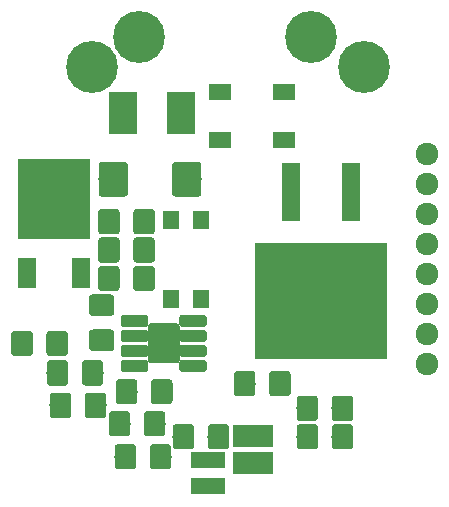
<source format=gbr>
G04 #@! TF.GenerationSoftware,KiCad,Pcbnew,(5.1.4-0-10_14)*
G04 #@! TF.CreationDate,2021-06-10T16:54:28+03:00*
G04 #@! TF.ProjectId,smart-plug,736d6172-742d-4706-9c75-672e6b696361,rev?*
G04 #@! TF.SameCoordinates,Original*
G04 #@! TF.FileFunction,Soldermask,Top*
G04 #@! TF.FilePolarity,Negative*
%FSLAX46Y46*%
G04 Gerber Fmt 4.6, Leading zero omitted, Abs format (unit mm)*
G04 Created by KiCad (PCBNEW (5.1.4-0-10_14)) date 2021-06-10 16:54:28*
%MOMM*%
%LPD*%
G04 APERTURE LIST*
%ADD10R,3.450000X1.920000*%
%ADD11C,0.100000*%
%ADD12C,1.825000*%
%ADD13R,2.350000X3.550000*%
%ADD14C,1.924000*%
%ADD15R,1.850000X1.400000*%
%ADD16C,2.475000*%
%ADD17R,1.600000X2.600000*%
%ADD18R,6.200000X6.800000*%
%ADD19C,2.690000*%
%ADD20C,1.000000*%
%ADD21R,1.400000X1.600000*%
%ADD22R,1.050000X1.460000*%
%ADD23C,4.400000*%
%ADD24R,1.500000X5.000000*%
%ADD25R,11.200000X9.800000*%
G04 APERTURE END LIST*
D10*
X179800000Y-110145000D03*
X179800000Y-107855000D03*
D11*
G36*
X185036207Y-104426542D02*
G01*
X185067287Y-104431152D01*
X185097766Y-104438787D01*
X185127350Y-104449372D01*
X185155754Y-104462806D01*
X185182704Y-104478959D01*
X185207942Y-104497677D01*
X185231223Y-104518777D01*
X185252323Y-104542058D01*
X185271041Y-104567296D01*
X185287194Y-104594246D01*
X185300628Y-104622650D01*
X185311213Y-104652234D01*
X185318848Y-104682713D01*
X185323458Y-104713793D01*
X185325000Y-104745176D01*
X185325000Y-106254824D01*
X185323458Y-106286207D01*
X185318848Y-106317287D01*
X185311213Y-106347766D01*
X185300628Y-106377350D01*
X185287194Y-106405754D01*
X185271041Y-106432704D01*
X185252323Y-106457942D01*
X185231223Y-106481223D01*
X185207942Y-106502323D01*
X185182704Y-106521041D01*
X185155754Y-106537194D01*
X185127350Y-106550628D01*
X185097766Y-106561213D01*
X185067287Y-106568848D01*
X185036207Y-106573458D01*
X185004824Y-106575000D01*
X183820176Y-106575000D01*
X183788793Y-106573458D01*
X183757713Y-106568848D01*
X183727234Y-106561213D01*
X183697650Y-106550628D01*
X183669246Y-106537194D01*
X183642296Y-106521041D01*
X183617058Y-106502323D01*
X183593777Y-106481223D01*
X183572677Y-106457942D01*
X183553959Y-106432704D01*
X183537806Y-106405754D01*
X183524372Y-106377350D01*
X183513787Y-106347766D01*
X183506152Y-106317287D01*
X183501542Y-106286207D01*
X183500000Y-106254824D01*
X183500000Y-104745176D01*
X183501542Y-104713793D01*
X183506152Y-104682713D01*
X183513787Y-104652234D01*
X183524372Y-104622650D01*
X183537806Y-104594246D01*
X183553959Y-104567296D01*
X183572677Y-104542058D01*
X183593777Y-104518777D01*
X183617058Y-104497677D01*
X183642296Y-104478959D01*
X183669246Y-104462806D01*
X183697650Y-104449372D01*
X183727234Y-104438787D01*
X183757713Y-104431152D01*
X183788793Y-104426542D01*
X183820176Y-104425000D01*
X185004824Y-104425000D01*
X185036207Y-104426542D01*
X185036207Y-104426542D01*
G37*
D12*
X184412500Y-105500000D03*
D11*
G36*
X188011207Y-104426542D02*
G01*
X188042287Y-104431152D01*
X188072766Y-104438787D01*
X188102350Y-104449372D01*
X188130754Y-104462806D01*
X188157704Y-104478959D01*
X188182942Y-104497677D01*
X188206223Y-104518777D01*
X188227323Y-104542058D01*
X188246041Y-104567296D01*
X188262194Y-104594246D01*
X188275628Y-104622650D01*
X188286213Y-104652234D01*
X188293848Y-104682713D01*
X188298458Y-104713793D01*
X188300000Y-104745176D01*
X188300000Y-106254824D01*
X188298458Y-106286207D01*
X188293848Y-106317287D01*
X188286213Y-106347766D01*
X188275628Y-106377350D01*
X188262194Y-106405754D01*
X188246041Y-106432704D01*
X188227323Y-106457942D01*
X188206223Y-106481223D01*
X188182942Y-106502323D01*
X188157704Y-106521041D01*
X188130754Y-106537194D01*
X188102350Y-106550628D01*
X188072766Y-106561213D01*
X188042287Y-106568848D01*
X188011207Y-106573458D01*
X187979824Y-106575000D01*
X186795176Y-106575000D01*
X186763793Y-106573458D01*
X186732713Y-106568848D01*
X186702234Y-106561213D01*
X186672650Y-106550628D01*
X186644246Y-106537194D01*
X186617296Y-106521041D01*
X186592058Y-106502323D01*
X186568777Y-106481223D01*
X186547677Y-106457942D01*
X186528959Y-106432704D01*
X186512806Y-106405754D01*
X186499372Y-106377350D01*
X186488787Y-106347766D01*
X186481152Y-106317287D01*
X186476542Y-106286207D01*
X186475000Y-106254824D01*
X186475000Y-104745176D01*
X186476542Y-104713793D01*
X186481152Y-104682713D01*
X186488787Y-104652234D01*
X186499372Y-104622650D01*
X186512806Y-104594246D01*
X186528959Y-104567296D01*
X186547677Y-104542058D01*
X186568777Y-104518777D01*
X186592058Y-104497677D01*
X186617296Y-104478959D01*
X186644246Y-104462806D01*
X186672650Y-104449372D01*
X186702234Y-104438787D01*
X186732713Y-104431152D01*
X186763793Y-104426542D01*
X186795176Y-104425000D01*
X187979824Y-104425000D01*
X188011207Y-104426542D01*
X188011207Y-104426542D01*
G37*
D12*
X187387500Y-105500000D03*
D13*
X173700000Y-80500000D03*
X168800000Y-80500000D03*
D14*
X194541000Y-91619000D03*
X194541000Y-96699000D03*
X194541000Y-83999000D03*
X194541000Y-89079000D03*
X194541000Y-94159000D03*
X194541000Y-86539000D03*
X194541000Y-101779000D03*
X194541000Y-99239000D03*
D15*
X177025000Y-78750000D03*
X182475000Y-78750000D03*
X177025000Y-82750000D03*
X182475000Y-82750000D03*
D11*
G36*
X163861207Y-98926542D02*
G01*
X163892287Y-98931152D01*
X163922766Y-98938787D01*
X163952350Y-98949372D01*
X163980754Y-98962806D01*
X164007704Y-98978959D01*
X164032942Y-98997677D01*
X164056223Y-99018777D01*
X164077323Y-99042058D01*
X164096041Y-99067296D01*
X164112194Y-99094246D01*
X164125628Y-99122650D01*
X164136213Y-99152234D01*
X164143848Y-99182713D01*
X164148458Y-99213793D01*
X164150000Y-99245176D01*
X164150000Y-100754824D01*
X164148458Y-100786207D01*
X164143848Y-100817287D01*
X164136213Y-100847766D01*
X164125628Y-100877350D01*
X164112194Y-100905754D01*
X164096041Y-100932704D01*
X164077323Y-100957942D01*
X164056223Y-100981223D01*
X164032942Y-101002323D01*
X164007704Y-101021041D01*
X163980754Y-101037194D01*
X163952350Y-101050628D01*
X163922766Y-101061213D01*
X163892287Y-101068848D01*
X163861207Y-101073458D01*
X163829824Y-101075000D01*
X162645176Y-101075000D01*
X162613793Y-101073458D01*
X162582713Y-101068848D01*
X162552234Y-101061213D01*
X162522650Y-101050628D01*
X162494246Y-101037194D01*
X162467296Y-101021041D01*
X162442058Y-101002323D01*
X162418777Y-100981223D01*
X162397677Y-100957942D01*
X162378959Y-100932704D01*
X162362806Y-100905754D01*
X162349372Y-100877350D01*
X162338787Y-100847766D01*
X162331152Y-100817287D01*
X162326542Y-100786207D01*
X162325000Y-100754824D01*
X162325000Y-99245176D01*
X162326542Y-99213793D01*
X162331152Y-99182713D01*
X162338787Y-99152234D01*
X162349372Y-99122650D01*
X162362806Y-99094246D01*
X162378959Y-99067296D01*
X162397677Y-99042058D01*
X162418777Y-99018777D01*
X162442058Y-98997677D01*
X162467296Y-98978959D01*
X162494246Y-98962806D01*
X162522650Y-98949372D01*
X162552234Y-98938787D01*
X162582713Y-98931152D01*
X162613793Y-98926542D01*
X162645176Y-98925000D01*
X163829824Y-98925000D01*
X163861207Y-98926542D01*
X163861207Y-98926542D01*
G37*
D12*
X163237500Y-100000000D03*
D11*
G36*
X160886207Y-98926542D02*
G01*
X160917287Y-98931152D01*
X160947766Y-98938787D01*
X160977350Y-98949372D01*
X161005754Y-98962806D01*
X161032704Y-98978959D01*
X161057942Y-98997677D01*
X161081223Y-99018777D01*
X161102323Y-99042058D01*
X161121041Y-99067296D01*
X161137194Y-99094246D01*
X161150628Y-99122650D01*
X161161213Y-99152234D01*
X161168848Y-99182713D01*
X161173458Y-99213793D01*
X161175000Y-99245176D01*
X161175000Y-100754824D01*
X161173458Y-100786207D01*
X161168848Y-100817287D01*
X161161213Y-100847766D01*
X161150628Y-100877350D01*
X161137194Y-100905754D01*
X161121041Y-100932704D01*
X161102323Y-100957942D01*
X161081223Y-100981223D01*
X161057942Y-101002323D01*
X161032704Y-101021041D01*
X161005754Y-101037194D01*
X160977350Y-101050628D01*
X160947766Y-101061213D01*
X160917287Y-101068848D01*
X160886207Y-101073458D01*
X160854824Y-101075000D01*
X159670176Y-101075000D01*
X159638793Y-101073458D01*
X159607713Y-101068848D01*
X159577234Y-101061213D01*
X159547650Y-101050628D01*
X159519246Y-101037194D01*
X159492296Y-101021041D01*
X159467058Y-101002323D01*
X159443777Y-100981223D01*
X159422677Y-100957942D01*
X159403959Y-100932704D01*
X159387806Y-100905754D01*
X159374372Y-100877350D01*
X159363787Y-100847766D01*
X159356152Y-100817287D01*
X159351542Y-100786207D01*
X159350000Y-100754824D01*
X159350000Y-99245176D01*
X159351542Y-99213793D01*
X159356152Y-99182713D01*
X159363787Y-99152234D01*
X159374372Y-99122650D01*
X159387806Y-99094246D01*
X159403959Y-99067296D01*
X159422677Y-99042058D01*
X159443777Y-99018777D01*
X159467058Y-98997677D01*
X159492296Y-98978959D01*
X159519246Y-98962806D01*
X159547650Y-98949372D01*
X159577234Y-98938787D01*
X159607713Y-98931152D01*
X159638793Y-98926542D01*
X159670176Y-98925000D01*
X160854824Y-98925000D01*
X160886207Y-98926542D01*
X160886207Y-98926542D01*
G37*
D12*
X160262500Y-100000000D03*
D11*
G36*
X169636207Y-108526542D02*
G01*
X169667287Y-108531152D01*
X169697766Y-108538787D01*
X169727350Y-108549372D01*
X169755754Y-108562806D01*
X169782704Y-108578959D01*
X169807942Y-108597677D01*
X169831223Y-108618777D01*
X169852323Y-108642058D01*
X169871041Y-108667296D01*
X169887194Y-108694246D01*
X169900628Y-108722650D01*
X169911213Y-108752234D01*
X169918848Y-108782713D01*
X169923458Y-108813793D01*
X169925000Y-108845176D01*
X169925000Y-110354824D01*
X169923458Y-110386207D01*
X169918848Y-110417287D01*
X169911213Y-110447766D01*
X169900628Y-110477350D01*
X169887194Y-110505754D01*
X169871041Y-110532704D01*
X169852323Y-110557942D01*
X169831223Y-110581223D01*
X169807942Y-110602323D01*
X169782704Y-110621041D01*
X169755754Y-110637194D01*
X169727350Y-110650628D01*
X169697766Y-110661213D01*
X169667287Y-110668848D01*
X169636207Y-110673458D01*
X169604824Y-110675000D01*
X168420176Y-110675000D01*
X168388793Y-110673458D01*
X168357713Y-110668848D01*
X168327234Y-110661213D01*
X168297650Y-110650628D01*
X168269246Y-110637194D01*
X168242296Y-110621041D01*
X168217058Y-110602323D01*
X168193777Y-110581223D01*
X168172677Y-110557942D01*
X168153959Y-110532704D01*
X168137806Y-110505754D01*
X168124372Y-110477350D01*
X168113787Y-110447766D01*
X168106152Y-110417287D01*
X168101542Y-110386207D01*
X168100000Y-110354824D01*
X168100000Y-108845176D01*
X168101542Y-108813793D01*
X168106152Y-108782713D01*
X168113787Y-108752234D01*
X168124372Y-108722650D01*
X168137806Y-108694246D01*
X168153959Y-108667296D01*
X168172677Y-108642058D01*
X168193777Y-108618777D01*
X168217058Y-108597677D01*
X168242296Y-108578959D01*
X168269246Y-108562806D01*
X168297650Y-108549372D01*
X168327234Y-108538787D01*
X168357713Y-108531152D01*
X168388793Y-108526542D01*
X168420176Y-108525000D01*
X169604824Y-108525000D01*
X169636207Y-108526542D01*
X169636207Y-108526542D01*
G37*
D12*
X169012500Y-109600000D03*
D11*
G36*
X172611207Y-108526542D02*
G01*
X172642287Y-108531152D01*
X172672766Y-108538787D01*
X172702350Y-108549372D01*
X172730754Y-108562806D01*
X172757704Y-108578959D01*
X172782942Y-108597677D01*
X172806223Y-108618777D01*
X172827323Y-108642058D01*
X172846041Y-108667296D01*
X172862194Y-108694246D01*
X172875628Y-108722650D01*
X172886213Y-108752234D01*
X172893848Y-108782713D01*
X172898458Y-108813793D01*
X172900000Y-108845176D01*
X172900000Y-110354824D01*
X172898458Y-110386207D01*
X172893848Y-110417287D01*
X172886213Y-110447766D01*
X172875628Y-110477350D01*
X172862194Y-110505754D01*
X172846041Y-110532704D01*
X172827323Y-110557942D01*
X172806223Y-110581223D01*
X172782942Y-110602323D01*
X172757704Y-110621041D01*
X172730754Y-110637194D01*
X172702350Y-110650628D01*
X172672766Y-110661213D01*
X172642287Y-110668848D01*
X172611207Y-110673458D01*
X172579824Y-110675000D01*
X171395176Y-110675000D01*
X171363793Y-110673458D01*
X171332713Y-110668848D01*
X171302234Y-110661213D01*
X171272650Y-110650628D01*
X171244246Y-110637194D01*
X171217296Y-110621041D01*
X171192058Y-110602323D01*
X171168777Y-110581223D01*
X171147677Y-110557942D01*
X171128959Y-110532704D01*
X171112806Y-110505754D01*
X171099372Y-110477350D01*
X171088787Y-110447766D01*
X171081152Y-110417287D01*
X171076542Y-110386207D01*
X171075000Y-110354824D01*
X171075000Y-108845176D01*
X171076542Y-108813793D01*
X171081152Y-108782713D01*
X171088787Y-108752234D01*
X171099372Y-108722650D01*
X171112806Y-108694246D01*
X171128959Y-108667296D01*
X171147677Y-108642058D01*
X171168777Y-108618777D01*
X171192058Y-108597677D01*
X171217296Y-108578959D01*
X171244246Y-108562806D01*
X171272650Y-108549372D01*
X171302234Y-108538787D01*
X171332713Y-108531152D01*
X171363793Y-108526542D01*
X171395176Y-108525000D01*
X172579824Y-108525000D01*
X172611207Y-108526542D01*
X172611207Y-108526542D01*
G37*
D12*
X171987500Y-109600000D03*
D11*
G36*
X169736207Y-103026542D02*
G01*
X169767287Y-103031152D01*
X169797766Y-103038787D01*
X169827350Y-103049372D01*
X169855754Y-103062806D01*
X169882704Y-103078959D01*
X169907942Y-103097677D01*
X169931223Y-103118777D01*
X169952323Y-103142058D01*
X169971041Y-103167296D01*
X169987194Y-103194246D01*
X170000628Y-103222650D01*
X170011213Y-103252234D01*
X170018848Y-103282713D01*
X170023458Y-103313793D01*
X170025000Y-103345176D01*
X170025000Y-104854824D01*
X170023458Y-104886207D01*
X170018848Y-104917287D01*
X170011213Y-104947766D01*
X170000628Y-104977350D01*
X169987194Y-105005754D01*
X169971041Y-105032704D01*
X169952323Y-105057942D01*
X169931223Y-105081223D01*
X169907942Y-105102323D01*
X169882704Y-105121041D01*
X169855754Y-105137194D01*
X169827350Y-105150628D01*
X169797766Y-105161213D01*
X169767287Y-105168848D01*
X169736207Y-105173458D01*
X169704824Y-105175000D01*
X168520176Y-105175000D01*
X168488793Y-105173458D01*
X168457713Y-105168848D01*
X168427234Y-105161213D01*
X168397650Y-105150628D01*
X168369246Y-105137194D01*
X168342296Y-105121041D01*
X168317058Y-105102323D01*
X168293777Y-105081223D01*
X168272677Y-105057942D01*
X168253959Y-105032704D01*
X168237806Y-105005754D01*
X168224372Y-104977350D01*
X168213787Y-104947766D01*
X168206152Y-104917287D01*
X168201542Y-104886207D01*
X168200000Y-104854824D01*
X168200000Y-103345176D01*
X168201542Y-103313793D01*
X168206152Y-103282713D01*
X168213787Y-103252234D01*
X168224372Y-103222650D01*
X168237806Y-103194246D01*
X168253959Y-103167296D01*
X168272677Y-103142058D01*
X168293777Y-103118777D01*
X168317058Y-103097677D01*
X168342296Y-103078959D01*
X168369246Y-103062806D01*
X168397650Y-103049372D01*
X168427234Y-103038787D01*
X168457713Y-103031152D01*
X168488793Y-103026542D01*
X168520176Y-103025000D01*
X169704824Y-103025000D01*
X169736207Y-103026542D01*
X169736207Y-103026542D01*
G37*
D12*
X169112500Y-104100000D03*
D11*
G36*
X172711207Y-103026542D02*
G01*
X172742287Y-103031152D01*
X172772766Y-103038787D01*
X172802350Y-103049372D01*
X172830754Y-103062806D01*
X172857704Y-103078959D01*
X172882942Y-103097677D01*
X172906223Y-103118777D01*
X172927323Y-103142058D01*
X172946041Y-103167296D01*
X172962194Y-103194246D01*
X172975628Y-103222650D01*
X172986213Y-103252234D01*
X172993848Y-103282713D01*
X172998458Y-103313793D01*
X173000000Y-103345176D01*
X173000000Y-104854824D01*
X172998458Y-104886207D01*
X172993848Y-104917287D01*
X172986213Y-104947766D01*
X172975628Y-104977350D01*
X172962194Y-105005754D01*
X172946041Y-105032704D01*
X172927323Y-105057942D01*
X172906223Y-105081223D01*
X172882942Y-105102323D01*
X172857704Y-105121041D01*
X172830754Y-105137194D01*
X172802350Y-105150628D01*
X172772766Y-105161213D01*
X172742287Y-105168848D01*
X172711207Y-105173458D01*
X172679824Y-105175000D01*
X171495176Y-105175000D01*
X171463793Y-105173458D01*
X171432713Y-105168848D01*
X171402234Y-105161213D01*
X171372650Y-105150628D01*
X171344246Y-105137194D01*
X171317296Y-105121041D01*
X171292058Y-105102323D01*
X171268777Y-105081223D01*
X171247677Y-105057942D01*
X171228959Y-105032704D01*
X171212806Y-105005754D01*
X171199372Y-104977350D01*
X171188787Y-104947766D01*
X171181152Y-104917287D01*
X171176542Y-104886207D01*
X171175000Y-104854824D01*
X171175000Y-103345176D01*
X171176542Y-103313793D01*
X171181152Y-103282713D01*
X171188787Y-103252234D01*
X171199372Y-103222650D01*
X171212806Y-103194246D01*
X171228959Y-103167296D01*
X171247677Y-103142058D01*
X171268777Y-103118777D01*
X171292058Y-103097677D01*
X171317296Y-103078959D01*
X171344246Y-103062806D01*
X171372650Y-103049372D01*
X171402234Y-103038787D01*
X171432713Y-103031152D01*
X171463793Y-103026542D01*
X171495176Y-103025000D01*
X172679824Y-103025000D01*
X172711207Y-103026542D01*
X172711207Y-103026542D01*
G37*
D12*
X172087500Y-104100000D03*
D11*
G36*
X179736207Y-102326542D02*
G01*
X179767287Y-102331152D01*
X179797766Y-102338787D01*
X179827350Y-102349372D01*
X179855754Y-102362806D01*
X179882704Y-102378959D01*
X179907942Y-102397677D01*
X179931223Y-102418777D01*
X179952323Y-102442058D01*
X179971041Y-102467296D01*
X179987194Y-102494246D01*
X180000628Y-102522650D01*
X180011213Y-102552234D01*
X180018848Y-102582713D01*
X180023458Y-102613793D01*
X180025000Y-102645176D01*
X180025000Y-104154824D01*
X180023458Y-104186207D01*
X180018848Y-104217287D01*
X180011213Y-104247766D01*
X180000628Y-104277350D01*
X179987194Y-104305754D01*
X179971041Y-104332704D01*
X179952323Y-104357942D01*
X179931223Y-104381223D01*
X179907942Y-104402323D01*
X179882704Y-104421041D01*
X179855754Y-104437194D01*
X179827350Y-104450628D01*
X179797766Y-104461213D01*
X179767287Y-104468848D01*
X179736207Y-104473458D01*
X179704824Y-104475000D01*
X178520176Y-104475000D01*
X178488793Y-104473458D01*
X178457713Y-104468848D01*
X178427234Y-104461213D01*
X178397650Y-104450628D01*
X178369246Y-104437194D01*
X178342296Y-104421041D01*
X178317058Y-104402323D01*
X178293777Y-104381223D01*
X178272677Y-104357942D01*
X178253959Y-104332704D01*
X178237806Y-104305754D01*
X178224372Y-104277350D01*
X178213787Y-104247766D01*
X178206152Y-104217287D01*
X178201542Y-104186207D01*
X178200000Y-104154824D01*
X178200000Y-102645176D01*
X178201542Y-102613793D01*
X178206152Y-102582713D01*
X178213787Y-102552234D01*
X178224372Y-102522650D01*
X178237806Y-102494246D01*
X178253959Y-102467296D01*
X178272677Y-102442058D01*
X178293777Y-102418777D01*
X178317058Y-102397677D01*
X178342296Y-102378959D01*
X178369246Y-102362806D01*
X178397650Y-102349372D01*
X178427234Y-102338787D01*
X178457713Y-102331152D01*
X178488793Y-102326542D01*
X178520176Y-102325000D01*
X179704824Y-102325000D01*
X179736207Y-102326542D01*
X179736207Y-102326542D01*
G37*
D12*
X179112500Y-103400000D03*
D11*
G36*
X182711207Y-102326542D02*
G01*
X182742287Y-102331152D01*
X182772766Y-102338787D01*
X182802350Y-102349372D01*
X182830754Y-102362806D01*
X182857704Y-102378959D01*
X182882942Y-102397677D01*
X182906223Y-102418777D01*
X182927323Y-102442058D01*
X182946041Y-102467296D01*
X182962194Y-102494246D01*
X182975628Y-102522650D01*
X182986213Y-102552234D01*
X182993848Y-102582713D01*
X182998458Y-102613793D01*
X183000000Y-102645176D01*
X183000000Y-104154824D01*
X182998458Y-104186207D01*
X182993848Y-104217287D01*
X182986213Y-104247766D01*
X182975628Y-104277350D01*
X182962194Y-104305754D01*
X182946041Y-104332704D01*
X182927323Y-104357942D01*
X182906223Y-104381223D01*
X182882942Y-104402323D01*
X182857704Y-104421041D01*
X182830754Y-104437194D01*
X182802350Y-104450628D01*
X182772766Y-104461213D01*
X182742287Y-104468848D01*
X182711207Y-104473458D01*
X182679824Y-104475000D01*
X181495176Y-104475000D01*
X181463793Y-104473458D01*
X181432713Y-104468848D01*
X181402234Y-104461213D01*
X181372650Y-104450628D01*
X181344246Y-104437194D01*
X181317296Y-104421041D01*
X181292058Y-104402323D01*
X181268777Y-104381223D01*
X181247677Y-104357942D01*
X181228959Y-104332704D01*
X181212806Y-104305754D01*
X181199372Y-104277350D01*
X181188787Y-104247766D01*
X181181152Y-104217287D01*
X181176542Y-104186207D01*
X181175000Y-104154824D01*
X181175000Y-102645176D01*
X181176542Y-102613793D01*
X181181152Y-102582713D01*
X181188787Y-102552234D01*
X181199372Y-102522650D01*
X181212806Y-102494246D01*
X181228959Y-102467296D01*
X181247677Y-102442058D01*
X181268777Y-102418777D01*
X181292058Y-102397677D01*
X181317296Y-102378959D01*
X181344246Y-102362806D01*
X181372650Y-102349372D01*
X181402234Y-102338787D01*
X181432713Y-102331152D01*
X181463793Y-102326542D01*
X181495176Y-102325000D01*
X182679824Y-102325000D01*
X182711207Y-102326542D01*
X182711207Y-102326542D01*
G37*
D12*
X182087500Y-103400000D03*
D11*
G36*
X172111207Y-105726542D02*
G01*
X172142287Y-105731152D01*
X172172766Y-105738787D01*
X172202350Y-105749372D01*
X172230754Y-105762806D01*
X172257704Y-105778959D01*
X172282942Y-105797677D01*
X172306223Y-105818777D01*
X172327323Y-105842058D01*
X172346041Y-105867296D01*
X172362194Y-105894246D01*
X172375628Y-105922650D01*
X172386213Y-105952234D01*
X172393848Y-105982713D01*
X172398458Y-106013793D01*
X172400000Y-106045176D01*
X172400000Y-107554824D01*
X172398458Y-107586207D01*
X172393848Y-107617287D01*
X172386213Y-107647766D01*
X172375628Y-107677350D01*
X172362194Y-107705754D01*
X172346041Y-107732704D01*
X172327323Y-107757942D01*
X172306223Y-107781223D01*
X172282942Y-107802323D01*
X172257704Y-107821041D01*
X172230754Y-107837194D01*
X172202350Y-107850628D01*
X172172766Y-107861213D01*
X172142287Y-107868848D01*
X172111207Y-107873458D01*
X172079824Y-107875000D01*
X170895176Y-107875000D01*
X170863793Y-107873458D01*
X170832713Y-107868848D01*
X170802234Y-107861213D01*
X170772650Y-107850628D01*
X170744246Y-107837194D01*
X170717296Y-107821041D01*
X170692058Y-107802323D01*
X170668777Y-107781223D01*
X170647677Y-107757942D01*
X170628959Y-107732704D01*
X170612806Y-107705754D01*
X170599372Y-107677350D01*
X170588787Y-107647766D01*
X170581152Y-107617287D01*
X170576542Y-107586207D01*
X170575000Y-107554824D01*
X170575000Y-106045176D01*
X170576542Y-106013793D01*
X170581152Y-105982713D01*
X170588787Y-105952234D01*
X170599372Y-105922650D01*
X170612806Y-105894246D01*
X170628959Y-105867296D01*
X170647677Y-105842058D01*
X170668777Y-105818777D01*
X170692058Y-105797677D01*
X170717296Y-105778959D01*
X170744246Y-105762806D01*
X170772650Y-105749372D01*
X170802234Y-105738787D01*
X170832713Y-105731152D01*
X170863793Y-105726542D01*
X170895176Y-105725000D01*
X172079824Y-105725000D01*
X172111207Y-105726542D01*
X172111207Y-105726542D01*
G37*
D12*
X171487500Y-106800000D03*
D11*
G36*
X169136207Y-105726542D02*
G01*
X169167287Y-105731152D01*
X169197766Y-105738787D01*
X169227350Y-105749372D01*
X169255754Y-105762806D01*
X169282704Y-105778959D01*
X169307942Y-105797677D01*
X169331223Y-105818777D01*
X169352323Y-105842058D01*
X169371041Y-105867296D01*
X169387194Y-105894246D01*
X169400628Y-105922650D01*
X169411213Y-105952234D01*
X169418848Y-105982713D01*
X169423458Y-106013793D01*
X169425000Y-106045176D01*
X169425000Y-107554824D01*
X169423458Y-107586207D01*
X169418848Y-107617287D01*
X169411213Y-107647766D01*
X169400628Y-107677350D01*
X169387194Y-107705754D01*
X169371041Y-107732704D01*
X169352323Y-107757942D01*
X169331223Y-107781223D01*
X169307942Y-107802323D01*
X169282704Y-107821041D01*
X169255754Y-107837194D01*
X169227350Y-107850628D01*
X169197766Y-107861213D01*
X169167287Y-107868848D01*
X169136207Y-107873458D01*
X169104824Y-107875000D01*
X167920176Y-107875000D01*
X167888793Y-107873458D01*
X167857713Y-107868848D01*
X167827234Y-107861213D01*
X167797650Y-107850628D01*
X167769246Y-107837194D01*
X167742296Y-107821041D01*
X167717058Y-107802323D01*
X167693777Y-107781223D01*
X167672677Y-107757942D01*
X167653959Y-107732704D01*
X167637806Y-107705754D01*
X167624372Y-107677350D01*
X167613787Y-107647766D01*
X167606152Y-107617287D01*
X167601542Y-107586207D01*
X167600000Y-107554824D01*
X167600000Y-106045176D01*
X167601542Y-106013793D01*
X167606152Y-105982713D01*
X167613787Y-105952234D01*
X167624372Y-105922650D01*
X167637806Y-105894246D01*
X167653959Y-105867296D01*
X167672677Y-105842058D01*
X167693777Y-105818777D01*
X167717058Y-105797677D01*
X167742296Y-105778959D01*
X167769246Y-105762806D01*
X167797650Y-105749372D01*
X167827234Y-105738787D01*
X167857713Y-105731152D01*
X167888793Y-105726542D01*
X167920176Y-105725000D01*
X169104824Y-105725000D01*
X169136207Y-105726542D01*
X169136207Y-105726542D01*
G37*
D12*
X168512500Y-106800000D03*
D11*
G36*
X168956036Y-84626436D02*
G01*
X168984982Y-84630730D01*
X169013369Y-84637840D01*
X169040921Y-84647699D01*
X169067375Y-84660210D01*
X169092475Y-84675254D01*
X169115979Y-84692686D01*
X169137662Y-84712338D01*
X169157314Y-84734021D01*
X169174746Y-84757525D01*
X169189790Y-84782625D01*
X169202301Y-84809079D01*
X169212160Y-84836631D01*
X169219270Y-84865018D01*
X169223564Y-84893964D01*
X169225000Y-84923192D01*
X169225000Y-87276808D01*
X169223564Y-87306036D01*
X169219270Y-87334982D01*
X169212160Y-87363369D01*
X169202301Y-87390921D01*
X169189790Y-87417375D01*
X169174746Y-87442475D01*
X169157314Y-87465979D01*
X169137662Y-87487662D01*
X169115979Y-87507314D01*
X169092475Y-87524746D01*
X169067375Y-87539790D01*
X169040921Y-87552301D01*
X169013369Y-87562160D01*
X168984982Y-87569270D01*
X168956036Y-87573564D01*
X168926808Y-87575000D01*
X167048192Y-87575000D01*
X167018964Y-87573564D01*
X166990018Y-87569270D01*
X166961631Y-87562160D01*
X166934079Y-87552301D01*
X166907625Y-87539790D01*
X166882525Y-87524746D01*
X166859021Y-87507314D01*
X166837338Y-87487662D01*
X166817686Y-87465979D01*
X166800254Y-87442475D01*
X166785210Y-87417375D01*
X166772699Y-87390921D01*
X166762840Y-87363369D01*
X166755730Y-87334982D01*
X166751436Y-87306036D01*
X166750000Y-87276808D01*
X166750000Y-84923192D01*
X166751436Y-84893964D01*
X166755730Y-84865018D01*
X166762840Y-84836631D01*
X166772699Y-84809079D01*
X166785210Y-84782625D01*
X166800254Y-84757525D01*
X166817686Y-84734021D01*
X166837338Y-84712338D01*
X166859021Y-84692686D01*
X166882525Y-84675254D01*
X166907625Y-84660210D01*
X166934079Y-84647699D01*
X166961631Y-84637840D01*
X166990018Y-84630730D01*
X167018964Y-84626436D01*
X167048192Y-84625000D01*
X168926808Y-84625000D01*
X168956036Y-84626436D01*
X168956036Y-84626436D01*
G37*
D16*
X167987500Y-86100000D03*
D11*
G36*
X175181036Y-84626436D02*
G01*
X175209982Y-84630730D01*
X175238369Y-84637840D01*
X175265921Y-84647699D01*
X175292375Y-84660210D01*
X175317475Y-84675254D01*
X175340979Y-84692686D01*
X175362662Y-84712338D01*
X175382314Y-84734021D01*
X175399746Y-84757525D01*
X175414790Y-84782625D01*
X175427301Y-84809079D01*
X175437160Y-84836631D01*
X175444270Y-84865018D01*
X175448564Y-84893964D01*
X175450000Y-84923192D01*
X175450000Y-87276808D01*
X175448564Y-87306036D01*
X175444270Y-87334982D01*
X175437160Y-87363369D01*
X175427301Y-87390921D01*
X175414790Y-87417375D01*
X175399746Y-87442475D01*
X175382314Y-87465979D01*
X175362662Y-87487662D01*
X175340979Y-87507314D01*
X175317475Y-87524746D01*
X175292375Y-87539790D01*
X175265921Y-87552301D01*
X175238369Y-87562160D01*
X175209982Y-87569270D01*
X175181036Y-87573564D01*
X175151808Y-87575000D01*
X173273192Y-87575000D01*
X173243964Y-87573564D01*
X173215018Y-87569270D01*
X173186631Y-87562160D01*
X173159079Y-87552301D01*
X173132625Y-87539790D01*
X173107525Y-87524746D01*
X173084021Y-87507314D01*
X173062338Y-87487662D01*
X173042686Y-87465979D01*
X173025254Y-87442475D01*
X173010210Y-87417375D01*
X172997699Y-87390921D01*
X172987840Y-87363369D01*
X172980730Y-87334982D01*
X172976436Y-87306036D01*
X172975000Y-87276808D01*
X172975000Y-84923192D01*
X172976436Y-84893964D01*
X172980730Y-84865018D01*
X172987840Y-84836631D01*
X172997699Y-84809079D01*
X173010210Y-84782625D01*
X173025254Y-84757525D01*
X173042686Y-84734021D01*
X173062338Y-84712338D01*
X173084021Y-84692686D01*
X173107525Y-84675254D01*
X173132625Y-84660210D01*
X173159079Y-84647699D01*
X173186631Y-84637840D01*
X173215018Y-84630730D01*
X173243964Y-84626436D01*
X173273192Y-84625000D01*
X175151808Y-84625000D01*
X175181036Y-84626436D01*
X175181036Y-84626436D01*
G37*
D16*
X174212500Y-86100000D03*
D11*
G36*
X168236207Y-93426542D02*
G01*
X168267287Y-93431152D01*
X168297766Y-93438787D01*
X168327350Y-93449372D01*
X168355754Y-93462806D01*
X168382704Y-93478959D01*
X168407942Y-93497677D01*
X168431223Y-93518777D01*
X168452323Y-93542058D01*
X168471041Y-93567296D01*
X168487194Y-93594246D01*
X168500628Y-93622650D01*
X168511213Y-93652234D01*
X168518848Y-93682713D01*
X168523458Y-93713793D01*
X168525000Y-93745176D01*
X168525000Y-95254824D01*
X168523458Y-95286207D01*
X168518848Y-95317287D01*
X168511213Y-95347766D01*
X168500628Y-95377350D01*
X168487194Y-95405754D01*
X168471041Y-95432704D01*
X168452323Y-95457942D01*
X168431223Y-95481223D01*
X168407942Y-95502323D01*
X168382704Y-95521041D01*
X168355754Y-95537194D01*
X168327350Y-95550628D01*
X168297766Y-95561213D01*
X168267287Y-95568848D01*
X168236207Y-95573458D01*
X168204824Y-95575000D01*
X167020176Y-95575000D01*
X166988793Y-95573458D01*
X166957713Y-95568848D01*
X166927234Y-95561213D01*
X166897650Y-95550628D01*
X166869246Y-95537194D01*
X166842296Y-95521041D01*
X166817058Y-95502323D01*
X166793777Y-95481223D01*
X166772677Y-95457942D01*
X166753959Y-95432704D01*
X166737806Y-95405754D01*
X166724372Y-95377350D01*
X166713787Y-95347766D01*
X166706152Y-95317287D01*
X166701542Y-95286207D01*
X166700000Y-95254824D01*
X166700000Y-93745176D01*
X166701542Y-93713793D01*
X166706152Y-93682713D01*
X166713787Y-93652234D01*
X166724372Y-93622650D01*
X166737806Y-93594246D01*
X166753959Y-93567296D01*
X166772677Y-93542058D01*
X166793777Y-93518777D01*
X166817058Y-93497677D01*
X166842296Y-93478959D01*
X166869246Y-93462806D01*
X166897650Y-93449372D01*
X166927234Y-93438787D01*
X166957713Y-93431152D01*
X166988793Y-93426542D01*
X167020176Y-93425000D01*
X168204824Y-93425000D01*
X168236207Y-93426542D01*
X168236207Y-93426542D01*
G37*
D12*
X167612500Y-94500000D03*
D11*
G36*
X171211207Y-93426542D02*
G01*
X171242287Y-93431152D01*
X171272766Y-93438787D01*
X171302350Y-93449372D01*
X171330754Y-93462806D01*
X171357704Y-93478959D01*
X171382942Y-93497677D01*
X171406223Y-93518777D01*
X171427323Y-93542058D01*
X171446041Y-93567296D01*
X171462194Y-93594246D01*
X171475628Y-93622650D01*
X171486213Y-93652234D01*
X171493848Y-93682713D01*
X171498458Y-93713793D01*
X171500000Y-93745176D01*
X171500000Y-95254824D01*
X171498458Y-95286207D01*
X171493848Y-95317287D01*
X171486213Y-95347766D01*
X171475628Y-95377350D01*
X171462194Y-95405754D01*
X171446041Y-95432704D01*
X171427323Y-95457942D01*
X171406223Y-95481223D01*
X171382942Y-95502323D01*
X171357704Y-95521041D01*
X171330754Y-95537194D01*
X171302350Y-95550628D01*
X171272766Y-95561213D01*
X171242287Y-95568848D01*
X171211207Y-95573458D01*
X171179824Y-95575000D01*
X169995176Y-95575000D01*
X169963793Y-95573458D01*
X169932713Y-95568848D01*
X169902234Y-95561213D01*
X169872650Y-95550628D01*
X169844246Y-95537194D01*
X169817296Y-95521041D01*
X169792058Y-95502323D01*
X169768777Y-95481223D01*
X169747677Y-95457942D01*
X169728959Y-95432704D01*
X169712806Y-95405754D01*
X169699372Y-95377350D01*
X169688787Y-95347766D01*
X169681152Y-95317287D01*
X169676542Y-95286207D01*
X169675000Y-95254824D01*
X169675000Y-93745176D01*
X169676542Y-93713793D01*
X169681152Y-93682713D01*
X169688787Y-93652234D01*
X169699372Y-93622650D01*
X169712806Y-93594246D01*
X169728959Y-93567296D01*
X169747677Y-93542058D01*
X169768777Y-93518777D01*
X169792058Y-93497677D01*
X169817296Y-93478959D01*
X169844246Y-93462806D01*
X169872650Y-93449372D01*
X169902234Y-93438787D01*
X169932713Y-93431152D01*
X169963793Y-93426542D01*
X169995176Y-93425000D01*
X171179824Y-93425000D01*
X171211207Y-93426542D01*
X171211207Y-93426542D01*
G37*
D12*
X170587500Y-94500000D03*
D11*
G36*
X167786207Y-95851542D02*
G01*
X167817287Y-95856152D01*
X167847766Y-95863787D01*
X167877350Y-95874372D01*
X167905754Y-95887806D01*
X167932704Y-95903959D01*
X167957942Y-95922677D01*
X167981223Y-95943777D01*
X168002323Y-95967058D01*
X168021041Y-95992296D01*
X168037194Y-96019246D01*
X168050628Y-96047650D01*
X168061213Y-96077234D01*
X168068848Y-96107713D01*
X168073458Y-96138793D01*
X168075000Y-96170176D01*
X168075000Y-97354824D01*
X168073458Y-97386207D01*
X168068848Y-97417287D01*
X168061213Y-97447766D01*
X168050628Y-97477350D01*
X168037194Y-97505754D01*
X168021041Y-97532704D01*
X168002323Y-97557942D01*
X167981223Y-97581223D01*
X167957942Y-97602323D01*
X167932704Y-97621041D01*
X167905754Y-97637194D01*
X167877350Y-97650628D01*
X167847766Y-97661213D01*
X167817287Y-97668848D01*
X167786207Y-97673458D01*
X167754824Y-97675000D01*
X166245176Y-97675000D01*
X166213793Y-97673458D01*
X166182713Y-97668848D01*
X166152234Y-97661213D01*
X166122650Y-97650628D01*
X166094246Y-97637194D01*
X166067296Y-97621041D01*
X166042058Y-97602323D01*
X166018777Y-97581223D01*
X165997677Y-97557942D01*
X165978959Y-97532704D01*
X165962806Y-97505754D01*
X165949372Y-97477350D01*
X165938787Y-97447766D01*
X165931152Y-97417287D01*
X165926542Y-97386207D01*
X165925000Y-97354824D01*
X165925000Y-96170176D01*
X165926542Y-96138793D01*
X165931152Y-96107713D01*
X165938787Y-96077234D01*
X165949372Y-96047650D01*
X165962806Y-96019246D01*
X165978959Y-95992296D01*
X165997677Y-95967058D01*
X166018777Y-95943777D01*
X166042058Y-95922677D01*
X166067296Y-95903959D01*
X166094246Y-95887806D01*
X166122650Y-95874372D01*
X166152234Y-95863787D01*
X166182713Y-95856152D01*
X166213793Y-95851542D01*
X166245176Y-95850000D01*
X167754824Y-95850000D01*
X167786207Y-95851542D01*
X167786207Y-95851542D01*
G37*
D12*
X167000000Y-96762500D03*
D11*
G36*
X167786207Y-98826542D02*
G01*
X167817287Y-98831152D01*
X167847766Y-98838787D01*
X167877350Y-98849372D01*
X167905754Y-98862806D01*
X167932704Y-98878959D01*
X167957942Y-98897677D01*
X167981223Y-98918777D01*
X168002323Y-98942058D01*
X168021041Y-98967296D01*
X168037194Y-98994246D01*
X168050628Y-99022650D01*
X168061213Y-99052234D01*
X168068848Y-99082713D01*
X168073458Y-99113793D01*
X168075000Y-99145176D01*
X168075000Y-100329824D01*
X168073458Y-100361207D01*
X168068848Y-100392287D01*
X168061213Y-100422766D01*
X168050628Y-100452350D01*
X168037194Y-100480754D01*
X168021041Y-100507704D01*
X168002323Y-100532942D01*
X167981223Y-100556223D01*
X167957942Y-100577323D01*
X167932704Y-100596041D01*
X167905754Y-100612194D01*
X167877350Y-100625628D01*
X167847766Y-100636213D01*
X167817287Y-100643848D01*
X167786207Y-100648458D01*
X167754824Y-100650000D01*
X166245176Y-100650000D01*
X166213793Y-100648458D01*
X166182713Y-100643848D01*
X166152234Y-100636213D01*
X166122650Y-100625628D01*
X166094246Y-100612194D01*
X166067296Y-100596041D01*
X166042058Y-100577323D01*
X166018777Y-100556223D01*
X165997677Y-100532942D01*
X165978959Y-100507704D01*
X165962806Y-100480754D01*
X165949372Y-100452350D01*
X165938787Y-100422766D01*
X165931152Y-100392287D01*
X165926542Y-100361207D01*
X165925000Y-100329824D01*
X165925000Y-99145176D01*
X165926542Y-99113793D01*
X165931152Y-99082713D01*
X165938787Y-99052234D01*
X165949372Y-99022650D01*
X165962806Y-98994246D01*
X165978959Y-98967296D01*
X165997677Y-98942058D01*
X166018777Y-98918777D01*
X166042058Y-98897677D01*
X166067296Y-98878959D01*
X166094246Y-98862806D01*
X166122650Y-98849372D01*
X166152234Y-98838787D01*
X166182713Y-98831152D01*
X166213793Y-98826542D01*
X166245176Y-98825000D01*
X167754824Y-98825000D01*
X167786207Y-98826542D01*
X167786207Y-98826542D01*
G37*
D12*
X167000000Y-99737500D03*
D11*
G36*
X171211207Y-88626542D02*
G01*
X171242287Y-88631152D01*
X171272766Y-88638787D01*
X171302350Y-88649372D01*
X171330754Y-88662806D01*
X171357704Y-88678959D01*
X171382942Y-88697677D01*
X171406223Y-88718777D01*
X171427323Y-88742058D01*
X171446041Y-88767296D01*
X171462194Y-88794246D01*
X171475628Y-88822650D01*
X171486213Y-88852234D01*
X171493848Y-88882713D01*
X171498458Y-88913793D01*
X171500000Y-88945176D01*
X171500000Y-90454824D01*
X171498458Y-90486207D01*
X171493848Y-90517287D01*
X171486213Y-90547766D01*
X171475628Y-90577350D01*
X171462194Y-90605754D01*
X171446041Y-90632704D01*
X171427323Y-90657942D01*
X171406223Y-90681223D01*
X171382942Y-90702323D01*
X171357704Y-90721041D01*
X171330754Y-90737194D01*
X171302350Y-90750628D01*
X171272766Y-90761213D01*
X171242287Y-90768848D01*
X171211207Y-90773458D01*
X171179824Y-90775000D01*
X169995176Y-90775000D01*
X169963793Y-90773458D01*
X169932713Y-90768848D01*
X169902234Y-90761213D01*
X169872650Y-90750628D01*
X169844246Y-90737194D01*
X169817296Y-90721041D01*
X169792058Y-90702323D01*
X169768777Y-90681223D01*
X169747677Y-90657942D01*
X169728959Y-90632704D01*
X169712806Y-90605754D01*
X169699372Y-90577350D01*
X169688787Y-90547766D01*
X169681152Y-90517287D01*
X169676542Y-90486207D01*
X169675000Y-90454824D01*
X169675000Y-88945176D01*
X169676542Y-88913793D01*
X169681152Y-88882713D01*
X169688787Y-88852234D01*
X169699372Y-88822650D01*
X169712806Y-88794246D01*
X169728959Y-88767296D01*
X169747677Y-88742058D01*
X169768777Y-88718777D01*
X169792058Y-88697677D01*
X169817296Y-88678959D01*
X169844246Y-88662806D01*
X169872650Y-88649372D01*
X169902234Y-88638787D01*
X169932713Y-88631152D01*
X169963793Y-88626542D01*
X169995176Y-88625000D01*
X171179824Y-88625000D01*
X171211207Y-88626542D01*
X171211207Y-88626542D01*
G37*
D12*
X170587500Y-89700000D03*
D11*
G36*
X168236207Y-88626542D02*
G01*
X168267287Y-88631152D01*
X168297766Y-88638787D01*
X168327350Y-88649372D01*
X168355754Y-88662806D01*
X168382704Y-88678959D01*
X168407942Y-88697677D01*
X168431223Y-88718777D01*
X168452323Y-88742058D01*
X168471041Y-88767296D01*
X168487194Y-88794246D01*
X168500628Y-88822650D01*
X168511213Y-88852234D01*
X168518848Y-88882713D01*
X168523458Y-88913793D01*
X168525000Y-88945176D01*
X168525000Y-90454824D01*
X168523458Y-90486207D01*
X168518848Y-90517287D01*
X168511213Y-90547766D01*
X168500628Y-90577350D01*
X168487194Y-90605754D01*
X168471041Y-90632704D01*
X168452323Y-90657942D01*
X168431223Y-90681223D01*
X168407942Y-90702323D01*
X168382704Y-90721041D01*
X168355754Y-90737194D01*
X168327350Y-90750628D01*
X168297766Y-90761213D01*
X168267287Y-90768848D01*
X168236207Y-90773458D01*
X168204824Y-90775000D01*
X167020176Y-90775000D01*
X166988793Y-90773458D01*
X166957713Y-90768848D01*
X166927234Y-90761213D01*
X166897650Y-90750628D01*
X166869246Y-90737194D01*
X166842296Y-90721041D01*
X166817058Y-90702323D01*
X166793777Y-90681223D01*
X166772677Y-90657942D01*
X166753959Y-90632704D01*
X166737806Y-90605754D01*
X166724372Y-90577350D01*
X166713787Y-90547766D01*
X166706152Y-90517287D01*
X166701542Y-90486207D01*
X166700000Y-90454824D01*
X166700000Y-88945176D01*
X166701542Y-88913793D01*
X166706152Y-88882713D01*
X166713787Y-88852234D01*
X166724372Y-88822650D01*
X166737806Y-88794246D01*
X166753959Y-88767296D01*
X166772677Y-88742058D01*
X166793777Y-88718777D01*
X166817058Y-88697677D01*
X166842296Y-88678959D01*
X166869246Y-88662806D01*
X166897650Y-88649372D01*
X166927234Y-88638787D01*
X166957713Y-88631152D01*
X166988793Y-88626542D01*
X167020176Y-88625000D01*
X168204824Y-88625000D01*
X168236207Y-88626542D01*
X168236207Y-88626542D01*
G37*
D12*
X167612500Y-89700000D03*
D11*
G36*
X174536207Y-106826542D02*
G01*
X174567287Y-106831152D01*
X174597766Y-106838787D01*
X174627350Y-106849372D01*
X174655754Y-106862806D01*
X174682704Y-106878959D01*
X174707942Y-106897677D01*
X174731223Y-106918777D01*
X174752323Y-106942058D01*
X174771041Y-106967296D01*
X174787194Y-106994246D01*
X174800628Y-107022650D01*
X174811213Y-107052234D01*
X174818848Y-107082713D01*
X174823458Y-107113793D01*
X174825000Y-107145176D01*
X174825000Y-108654824D01*
X174823458Y-108686207D01*
X174818848Y-108717287D01*
X174811213Y-108747766D01*
X174800628Y-108777350D01*
X174787194Y-108805754D01*
X174771041Y-108832704D01*
X174752323Y-108857942D01*
X174731223Y-108881223D01*
X174707942Y-108902323D01*
X174682704Y-108921041D01*
X174655754Y-108937194D01*
X174627350Y-108950628D01*
X174597766Y-108961213D01*
X174567287Y-108968848D01*
X174536207Y-108973458D01*
X174504824Y-108975000D01*
X173320176Y-108975000D01*
X173288793Y-108973458D01*
X173257713Y-108968848D01*
X173227234Y-108961213D01*
X173197650Y-108950628D01*
X173169246Y-108937194D01*
X173142296Y-108921041D01*
X173117058Y-108902323D01*
X173093777Y-108881223D01*
X173072677Y-108857942D01*
X173053959Y-108832704D01*
X173037806Y-108805754D01*
X173024372Y-108777350D01*
X173013787Y-108747766D01*
X173006152Y-108717287D01*
X173001542Y-108686207D01*
X173000000Y-108654824D01*
X173000000Y-107145176D01*
X173001542Y-107113793D01*
X173006152Y-107082713D01*
X173013787Y-107052234D01*
X173024372Y-107022650D01*
X173037806Y-106994246D01*
X173053959Y-106967296D01*
X173072677Y-106942058D01*
X173093777Y-106918777D01*
X173117058Y-106897677D01*
X173142296Y-106878959D01*
X173169246Y-106862806D01*
X173197650Y-106849372D01*
X173227234Y-106838787D01*
X173257713Y-106831152D01*
X173288793Y-106826542D01*
X173320176Y-106825000D01*
X174504824Y-106825000D01*
X174536207Y-106826542D01*
X174536207Y-106826542D01*
G37*
D12*
X173912500Y-107900000D03*
D11*
G36*
X177511207Y-106826542D02*
G01*
X177542287Y-106831152D01*
X177572766Y-106838787D01*
X177602350Y-106849372D01*
X177630754Y-106862806D01*
X177657704Y-106878959D01*
X177682942Y-106897677D01*
X177706223Y-106918777D01*
X177727323Y-106942058D01*
X177746041Y-106967296D01*
X177762194Y-106994246D01*
X177775628Y-107022650D01*
X177786213Y-107052234D01*
X177793848Y-107082713D01*
X177798458Y-107113793D01*
X177800000Y-107145176D01*
X177800000Y-108654824D01*
X177798458Y-108686207D01*
X177793848Y-108717287D01*
X177786213Y-108747766D01*
X177775628Y-108777350D01*
X177762194Y-108805754D01*
X177746041Y-108832704D01*
X177727323Y-108857942D01*
X177706223Y-108881223D01*
X177682942Y-108902323D01*
X177657704Y-108921041D01*
X177630754Y-108937194D01*
X177602350Y-108950628D01*
X177572766Y-108961213D01*
X177542287Y-108968848D01*
X177511207Y-108973458D01*
X177479824Y-108975000D01*
X176295176Y-108975000D01*
X176263793Y-108973458D01*
X176232713Y-108968848D01*
X176202234Y-108961213D01*
X176172650Y-108950628D01*
X176144246Y-108937194D01*
X176117296Y-108921041D01*
X176092058Y-108902323D01*
X176068777Y-108881223D01*
X176047677Y-108857942D01*
X176028959Y-108832704D01*
X176012806Y-108805754D01*
X175999372Y-108777350D01*
X175988787Y-108747766D01*
X175981152Y-108717287D01*
X175976542Y-108686207D01*
X175975000Y-108654824D01*
X175975000Y-107145176D01*
X175976542Y-107113793D01*
X175981152Y-107082713D01*
X175988787Y-107052234D01*
X175999372Y-107022650D01*
X176012806Y-106994246D01*
X176028959Y-106967296D01*
X176047677Y-106942058D01*
X176068777Y-106918777D01*
X176092058Y-106897677D01*
X176117296Y-106878959D01*
X176144246Y-106862806D01*
X176172650Y-106849372D01*
X176202234Y-106838787D01*
X176232713Y-106831152D01*
X176263793Y-106826542D01*
X176295176Y-106825000D01*
X177479824Y-106825000D01*
X177511207Y-106826542D01*
X177511207Y-106826542D01*
G37*
D12*
X176887500Y-107900000D03*
D11*
G36*
X185036207Y-106826542D02*
G01*
X185067287Y-106831152D01*
X185097766Y-106838787D01*
X185127350Y-106849372D01*
X185155754Y-106862806D01*
X185182704Y-106878959D01*
X185207942Y-106897677D01*
X185231223Y-106918777D01*
X185252323Y-106942058D01*
X185271041Y-106967296D01*
X185287194Y-106994246D01*
X185300628Y-107022650D01*
X185311213Y-107052234D01*
X185318848Y-107082713D01*
X185323458Y-107113793D01*
X185325000Y-107145176D01*
X185325000Y-108654824D01*
X185323458Y-108686207D01*
X185318848Y-108717287D01*
X185311213Y-108747766D01*
X185300628Y-108777350D01*
X185287194Y-108805754D01*
X185271041Y-108832704D01*
X185252323Y-108857942D01*
X185231223Y-108881223D01*
X185207942Y-108902323D01*
X185182704Y-108921041D01*
X185155754Y-108937194D01*
X185127350Y-108950628D01*
X185097766Y-108961213D01*
X185067287Y-108968848D01*
X185036207Y-108973458D01*
X185004824Y-108975000D01*
X183820176Y-108975000D01*
X183788793Y-108973458D01*
X183757713Y-108968848D01*
X183727234Y-108961213D01*
X183697650Y-108950628D01*
X183669246Y-108937194D01*
X183642296Y-108921041D01*
X183617058Y-108902323D01*
X183593777Y-108881223D01*
X183572677Y-108857942D01*
X183553959Y-108832704D01*
X183537806Y-108805754D01*
X183524372Y-108777350D01*
X183513787Y-108747766D01*
X183506152Y-108717287D01*
X183501542Y-108686207D01*
X183500000Y-108654824D01*
X183500000Y-107145176D01*
X183501542Y-107113793D01*
X183506152Y-107082713D01*
X183513787Y-107052234D01*
X183524372Y-107022650D01*
X183537806Y-106994246D01*
X183553959Y-106967296D01*
X183572677Y-106942058D01*
X183593777Y-106918777D01*
X183617058Y-106897677D01*
X183642296Y-106878959D01*
X183669246Y-106862806D01*
X183697650Y-106849372D01*
X183727234Y-106838787D01*
X183757713Y-106831152D01*
X183788793Y-106826542D01*
X183820176Y-106825000D01*
X185004824Y-106825000D01*
X185036207Y-106826542D01*
X185036207Y-106826542D01*
G37*
D12*
X184412500Y-107900000D03*
D11*
G36*
X188011207Y-106826542D02*
G01*
X188042287Y-106831152D01*
X188072766Y-106838787D01*
X188102350Y-106849372D01*
X188130754Y-106862806D01*
X188157704Y-106878959D01*
X188182942Y-106897677D01*
X188206223Y-106918777D01*
X188227323Y-106942058D01*
X188246041Y-106967296D01*
X188262194Y-106994246D01*
X188275628Y-107022650D01*
X188286213Y-107052234D01*
X188293848Y-107082713D01*
X188298458Y-107113793D01*
X188300000Y-107145176D01*
X188300000Y-108654824D01*
X188298458Y-108686207D01*
X188293848Y-108717287D01*
X188286213Y-108747766D01*
X188275628Y-108777350D01*
X188262194Y-108805754D01*
X188246041Y-108832704D01*
X188227323Y-108857942D01*
X188206223Y-108881223D01*
X188182942Y-108902323D01*
X188157704Y-108921041D01*
X188130754Y-108937194D01*
X188102350Y-108950628D01*
X188072766Y-108961213D01*
X188042287Y-108968848D01*
X188011207Y-108973458D01*
X187979824Y-108975000D01*
X186795176Y-108975000D01*
X186763793Y-108973458D01*
X186732713Y-108968848D01*
X186702234Y-108961213D01*
X186672650Y-108950628D01*
X186644246Y-108937194D01*
X186617296Y-108921041D01*
X186592058Y-108902323D01*
X186568777Y-108881223D01*
X186547677Y-108857942D01*
X186528959Y-108832704D01*
X186512806Y-108805754D01*
X186499372Y-108777350D01*
X186488787Y-108747766D01*
X186481152Y-108717287D01*
X186476542Y-108686207D01*
X186475000Y-108654824D01*
X186475000Y-107145176D01*
X186476542Y-107113793D01*
X186481152Y-107082713D01*
X186488787Y-107052234D01*
X186499372Y-107022650D01*
X186512806Y-106994246D01*
X186528959Y-106967296D01*
X186547677Y-106942058D01*
X186568777Y-106918777D01*
X186592058Y-106897677D01*
X186617296Y-106878959D01*
X186644246Y-106862806D01*
X186672650Y-106849372D01*
X186702234Y-106838787D01*
X186732713Y-106831152D01*
X186763793Y-106826542D01*
X186795176Y-106825000D01*
X187979824Y-106825000D01*
X188011207Y-106826542D01*
X188011207Y-106826542D01*
G37*
D12*
X187387500Y-107900000D03*
D17*
X160720000Y-94050000D03*
X165280000Y-94050000D03*
D18*
X163000000Y-87750000D03*
D11*
G36*
X163886207Y-101426542D02*
G01*
X163917287Y-101431152D01*
X163947766Y-101438787D01*
X163977350Y-101449372D01*
X164005754Y-101462806D01*
X164032704Y-101478959D01*
X164057942Y-101497677D01*
X164081223Y-101518777D01*
X164102323Y-101542058D01*
X164121041Y-101567296D01*
X164137194Y-101594246D01*
X164150628Y-101622650D01*
X164161213Y-101652234D01*
X164168848Y-101682713D01*
X164173458Y-101713793D01*
X164175000Y-101745176D01*
X164175000Y-103254824D01*
X164173458Y-103286207D01*
X164168848Y-103317287D01*
X164161213Y-103347766D01*
X164150628Y-103377350D01*
X164137194Y-103405754D01*
X164121041Y-103432704D01*
X164102323Y-103457942D01*
X164081223Y-103481223D01*
X164057942Y-103502323D01*
X164032704Y-103521041D01*
X164005754Y-103537194D01*
X163977350Y-103550628D01*
X163947766Y-103561213D01*
X163917287Y-103568848D01*
X163886207Y-103573458D01*
X163854824Y-103575000D01*
X162670176Y-103575000D01*
X162638793Y-103573458D01*
X162607713Y-103568848D01*
X162577234Y-103561213D01*
X162547650Y-103550628D01*
X162519246Y-103537194D01*
X162492296Y-103521041D01*
X162467058Y-103502323D01*
X162443777Y-103481223D01*
X162422677Y-103457942D01*
X162403959Y-103432704D01*
X162387806Y-103405754D01*
X162374372Y-103377350D01*
X162363787Y-103347766D01*
X162356152Y-103317287D01*
X162351542Y-103286207D01*
X162350000Y-103254824D01*
X162350000Y-101745176D01*
X162351542Y-101713793D01*
X162356152Y-101682713D01*
X162363787Y-101652234D01*
X162374372Y-101622650D01*
X162387806Y-101594246D01*
X162403959Y-101567296D01*
X162422677Y-101542058D01*
X162443777Y-101518777D01*
X162467058Y-101497677D01*
X162492296Y-101478959D01*
X162519246Y-101462806D01*
X162547650Y-101449372D01*
X162577234Y-101438787D01*
X162607713Y-101431152D01*
X162638793Y-101426542D01*
X162670176Y-101425000D01*
X163854824Y-101425000D01*
X163886207Y-101426542D01*
X163886207Y-101426542D01*
G37*
D12*
X163262500Y-102500000D03*
D11*
G36*
X166861207Y-101426542D02*
G01*
X166892287Y-101431152D01*
X166922766Y-101438787D01*
X166952350Y-101449372D01*
X166980754Y-101462806D01*
X167007704Y-101478959D01*
X167032942Y-101497677D01*
X167056223Y-101518777D01*
X167077323Y-101542058D01*
X167096041Y-101567296D01*
X167112194Y-101594246D01*
X167125628Y-101622650D01*
X167136213Y-101652234D01*
X167143848Y-101682713D01*
X167148458Y-101713793D01*
X167150000Y-101745176D01*
X167150000Y-103254824D01*
X167148458Y-103286207D01*
X167143848Y-103317287D01*
X167136213Y-103347766D01*
X167125628Y-103377350D01*
X167112194Y-103405754D01*
X167096041Y-103432704D01*
X167077323Y-103457942D01*
X167056223Y-103481223D01*
X167032942Y-103502323D01*
X167007704Y-103521041D01*
X166980754Y-103537194D01*
X166952350Y-103550628D01*
X166922766Y-103561213D01*
X166892287Y-103568848D01*
X166861207Y-103573458D01*
X166829824Y-103575000D01*
X165645176Y-103575000D01*
X165613793Y-103573458D01*
X165582713Y-103568848D01*
X165552234Y-103561213D01*
X165522650Y-103550628D01*
X165494246Y-103537194D01*
X165467296Y-103521041D01*
X165442058Y-103502323D01*
X165418777Y-103481223D01*
X165397677Y-103457942D01*
X165378959Y-103432704D01*
X165362806Y-103405754D01*
X165349372Y-103377350D01*
X165338787Y-103347766D01*
X165331152Y-103317287D01*
X165326542Y-103286207D01*
X165325000Y-103254824D01*
X165325000Y-101745176D01*
X165326542Y-101713793D01*
X165331152Y-101682713D01*
X165338787Y-101652234D01*
X165349372Y-101622650D01*
X165362806Y-101594246D01*
X165378959Y-101567296D01*
X165397677Y-101542058D01*
X165418777Y-101518777D01*
X165442058Y-101497677D01*
X165467296Y-101478959D01*
X165494246Y-101462806D01*
X165522650Y-101449372D01*
X165552234Y-101438787D01*
X165582713Y-101431152D01*
X165613793Y-101426542D01*
X165645176Y-101425000D01*
X166829824Y-101425000D01*
X166861207Y-101426542D01*
X166861207Y-101426542D01*
G37*
D12*
X166237500Y-102500000D03*
D11*
G36*
X167111207Y-104176542D02*
G01*
X167142287Y-104181152D01*
X167172766Y-104188787D01*
X167202350Y-104199372D01*
X167230754Y-104212806D01*
X167257704Y-104228959D01*
X167282942Y-104247677D01*
X167306223Y-104268777D01*
X167327323Y-104292058D01*
X167346041Y-104317296D01*
X167362194Y-104344246D01*
X167375628Y-104372650D01*
X167386213Y-104402234D01*
X167393848Y-104432713D01*
X167398458Y-104463793D01*
X167400000Y-104495176D01*
X167400000Y-106004824D01*
X167398458Y-106036207D01*
X167393848Y-106067287D01*
X167386213Y-106097766D01*
X167375628Y-106127350D01*
X167362194Y-106155754D01*
X167346041Y-106182704D01*
X167327323Y-106207942D01*
X167306223Y-106231223D01*
X167282942Y-106252323D01*
X167257704Y-106271041D01*
X167230754Y-106287194D01*
X167202350Y-106300628D01*
X167172766Y-106311213D01*
X167142287Y-106318848D01*
X167111207Y-106323458D01*
X167079824Y-106325000D01*
X165895176Y-106325000D01*
X165863793Y-106323458D01*
X165832713Y-106318848D01*
X165802234Y-106311213D01*
X165772650Y-106300628D01*
X165744246Y-106287194D01*
X165717296Y-106271041D01*
X165692058Y-106252323D01*
X165668777Y-106231223D01*
X165647677Y-106207942D01*
X165628959Y-106182704D01*
X165612806Y-106155754D01*
X165599372Y-106127350D01*
X165588787Y-106097766D01*
X165581152Y-106067287D01*
X165576542Y-106036207D01*
X165575000Y-106004824D01*
X165575000Y-104495176D01*
X165576542Y-104463793D01*
X165581152Y-104432713D01*
X165588787Y-104402234D01*
X165599372Y-104372650D01*
X165612806Y-104344246D01*
X165628959Y-104317296D01*
X165647677Y-104292058D01*
X165668777Y-104268777D01*
X165692058Y-104247677D01*
X165717296Y-104228959D01*
X165744246Y-104212806D01*
X165772650Y-104199372D01*
X165802234Y-104188787D01*
X165832713Y-104181152D01*
X165863793Y-104176542D01*
X165895176Y-104175000D01*
X167079824Y-104175000D01*
X167111207Y-104176542D01*
X167111207Y-104176542D01*
G37*
D12*
X166487500Y-105250000D03*
D11*
G36*
X164136207Y-104176542D02*
G01*
X164167287Y-104181152D01*
X164197766Y-104188787D01*
X164227350Y-104199372D01*
X164255754Y-104212806D01*
X164282704Y-104228959D01*
X164307942Y-104247677D01*
X164331223Y-104268777D01*
X164352323Y-104292058D01*
X164371041Y-104317296D01*
X164387194Y-104344246D01*
X164400628Y-104372650D01*
X164411213Y-104402234D01*
X164418848Y-104432713D01*
X164423458Y-104463793D01*
X164425000Y-104495176D01*
X164425000Y-106004824D01*
X164423458Y-106036207D01*
X164418848Y-106067287D01*
X164411213Y-106097766D01*
X164400628Y-106127350D01*
X164387194Y-106155754D01*
X164371041Y-106182704D01*
X164352323Y-106207942D01*
X164331223Y-106231223D01*
X164307942Y-106252323D01*
X164282704Y-106271041D01*
X164255754Y-106287194D01*
X164227350Y-106300628D01*
X164197766Y-106311213D01*
X164167287Y-106318848D01*
X164136207Y-106323458D01*
X164104824Y-106325000D01*
X162920176Y-106325000D01*
X162888793Y-106323458D01*
X162857713Y-106318848D01*
X162827234Y-106311213D01*
X162797650Y-106300628D01*
X162769246Y-106287194D01*
X162742296Y-106271041D01*
X162717058Y-106252323D01*
X162693777Y-106231223D01*
X162672677Y-106207942D01*
X162653959Y-106182704D01*
X162637806Y-106155754D01*
X162624372Y-106127350D01*
X162613787Y-106097766D01*
X162606152Y-106067287D01*
X162601542Y-106036207D01*
X162600000Y-106004824D01*
X162600000Y-104495176D01*
X162601542Y-104463793D01*
X162606152Y-104432713D01*
X162613787Y-104402234D01*
X162624372Y-104372650D01*
X162637806Y-104344246D01*
X162653959Y-104317296D01*
X162672677Y-104292058D01*
X162693777Y-104268777D01*
X162717058Y-104247677D01*
X162742296Y-104228959D01*
X162769246Y-104212806D01*
X162797650Y-104199372D01*
X162827234Y-104188787D01*
X162857713Y-104181152D01*
X162888793Y-104176542D01*
X162920176Y-104175000D01*
X164104824Y-104175000D01*
X164136207Y-104176542D01*
X164136207Y-104176542D01*
G37*
D12*
X163512500Y-105250000D03*
D11*
G36*
X171211207Y-91026542D02*
G01*
X171242287Y-91031152D01*
X171272766Y-91038787D01*
X171302350Y-91049372D01*
X171330754Y-91062806D01*
X171357704Y-91078959D01*
X171382942Y-91097677D01*
X171406223Y-91118777D01*
X171427323Y-91142058D01*
X171446041Y-91167296D01*
X171462194Y-91194246D01*
X171475628Y-91222650D01*
X171486213Y-91252234D01*
X171493848Y-91282713D01*
X171498458Y-91313793D01*
X171500000Y-91345176D01*
X171500000Y-92854824D01*
X171498458Y-92886207D01*
X171493848Y-92917287D01*
X171486213Y-92947766D01*
X171475628Y-92977350D01*
X171462194Y-93005754D01*
X171446041Y-93032704D01*
X171427323Y-93057942D01*
X171406223Y-93081223D01*
X171382942Y-93102323D01*
X171357704Y-93121041D01*
X171330754Y-93137194D01*
X171302350Y-93150628D01*
X171272766Y-93161213D01*
X171242287Y-93168848D01*
X171211207Y-93173458D01*
X171179824Y-93175000D01*
X169995176Y-93175000D01*
X169963793Y-93173458D01*
X169932713Y-93168848D01*
X169902234Y-93161213D01*
X169872650Y-93150628D01*
X169844246Y-93137194D01*
X169817296Y-93121041D01*
X169792058Y-93102323D01*
X169768777Y-93081223D01*
X169747677Y-93057942D01*
X169728959Y-93032704D01*
X169712806Y-93005754D01*
X169699372Y-92977350D01*
X169688787Y-92947766D01*
X169681152Y-92917287D01*
X169676542Y-92886207D01*
X169675000Y-92854824D01*
X169675000Y-91345176D01*
X169676542Y-91313793D01*
X169681152Y-91282713D01*
X169688787Y-91252234D01*
X169699372Y-91222650D01*
X169712806Y-91194246D01*
X169728959Y-91167296D01*
X169747677Y-91142058D01*
X169768777Y-91118777D01*
X169792058Y-91097677D01*
X169817296Y-91078959D01*
X169844246Y-91062806D01*
X169872650Y-91049372D01*
X169902234Y-91038787D01*
X169932713Y-91031152D01*
X169963793Y-91026542D01*
X169995176Y-91025000D01*
X171179824Y-91025000D01*
X171211207Y-91026542D01*
X171211207Y-91026542D01*
G37*
D12*
X170587500Y-92100000D03*
D11*
G36*
X168236207Y-91026542D02*
G01*
X168267287Y-91031152D01*
X168297766Y-91038787D01*
X168327350Y-91049372D01*
X168355754Y-91062806D01*
X168382704Y-91078959D01*
X168407942Y-91097677D01*
X168431223Y-91118777D01*
X168452323Y-91142058D01*
X168471041Y-91167296D01*
X168487194Y-91194246D01*
X168500628Y-91222650D01*
X168511213Y-91252234D01*
X168518848Y-91282713D01*
X168523458Y-91313793D01*
X168525000Y-91345176D01*
X168525000Y-92854824D01*
X168523458Y-92886207D01*
X168518848Y-92917287D01*
X168511213Y-92947766D01*
X168500628Y-92977350D01*
X168487194Y-93005754D01*
X168471041Y-93032704D01*
X168452323Y-93057942D01*
X168431223Y-93081223D01*
X168407942Y-93102323D01*
X168382704Y-93121041D01*
X168355754Y-93137194D01*
X168327350Y-93150628D01*
X168297766Y-93161213D01*
X168267287Y-93168848D01*
X168236207Y-93173458D01*
X168204824Y-93175000D01*
X167020176Y-93175000D01*
X166988793Y-93173458D01*
X166957713Y-93168848D01*
X166927234Y-93161213D01*
X166897650Y-93150628D01*
X166869246Y-93137194D01*
X166842296Y-93121041D01*
X166817058Y-93102323D01*
X166793777Y-93081223D01*
X166772677Y-93057942D01*
X166753959Y-93032704D01*
X166737806Y-93005754D01*
X166724372Y-92977350D01*
X166713787Y-92947766D01*
X166706152Y-92917287D01*
X166701542Y-92886207D01*
X166700000Y-92854824D01*
X166700000Y-91345176D01*
X166701542Y-91313793D01*
X166706152Y-91282713D01*
X166713787Y-91252234D01*
X166724372Y-91222650D01*
X166737806Y-91194246D01*
X166753959Y-91167296D01*
X166772677Y-91142058D01*
X166793777Y-91118777D01*
X166817058Y-91097677D01*
X166842296Y-91078959D01*
X166869246Y-91062806D01*
X166897650Y-91049372D01*
X166927234Y-91038787D01*
X166957713Y-91031152D01*
X166988793Y-91026542D01*
X167020176Y-91025000D01*
X168204824Y-91025000D01*
X168236207Y-91026542D01*
X168236207Y-91026542D01*
G37*
D12*
X167612500Y-92100000D03*
D11*
G36*
X173330117Y-98301414D02*
G01*
X173358625Y-98305643D01*
X173386580Y-98312645D01*
X173413714Y-98322354D01*
X173439767Y-98334676D01*
X173464486Y-98349492D01*
X173487633Y-98366659D01*
X173508987Y-98386013D01*
X173528341Y-98407367D01*
X173545508Y-98430514D01*
X173560324Y-98455233D01*
X173572646Y-98481286D01*
X173582355Y-98508420D01*
X173589357Y-98536375D01*
X173593586Y-98564883D01*
X173595000Y-98593667D01*
X173595000Y-101406333D01*
X173593586Y-101435117D01*
X173589357Y-101463625D01*
X173582355Y-101491580D01*
X173572646Y-101518714D01*
X173560324Y-101544767D01*
X173545508Y-101569486D01*
X173528341Y-101592633D01*
X173508987Y-101613987D01*
X173487633Y-101633341D01*
X173464486Y-101650508D01*
X173439767Y-101665324D01*
X173413714Y-101677646D01*
X173386580Y-101687355D01*
X173358625Y-101694357D01*
X173330117Y-101698586D01*
X173301333Y-101700000D01*
X171198667Y-101700000D01*
X171169883Y-101698586D01*
X171141375Y-101694357D01*
X171113420Y-101687355D01*
X171086286Y-101677646D01*
X171060233Y-101665324D01*
X171035514Y-101650508D01*
X171012367Y-101633341D01*
X170991013Y-101613987D01*
X170971659Y-101592633D01*
X170954492Y-101569486D01*
X170939676Y-101544767D01*
X170927354Y-101518714D01*
X170917645Y-101491580D01*
X170910643Y-101463625D01*
X170906414Y-101435117D01*
X170905000Y-101406333D01*
X170905000Y-98593667D01*
X170906414Y-98564883D01*
X170910643Y-98536375D01*
X170917645Y-98508420D01*
X170927354Y-98481286D01*
X170939676Y-98455233D01*
X170954492Y-98430514D01*
X170971659Y-98407367D01*
X170991013Y-98386013D01*
X171012367Y-98366659D01*
X171035514Y-98349492D01*
X171060233Y-98334676D01*
X171086286Y-98322354D01*
X171113420Y-98312645D01*
X171141375Y-98305643D01*
X171169883Y-98301414D01*
X171198667Y-98300000D01*
X173301333Y-98300000D01*
X173330117Y-98301414D01*
X173330117Y-98301414D01*
G37*
D19*
X172250000Y-100000000D03*
D11*
G36*
X175674504Y-101406204D02*
G01*
X175698773Y-101409804D01*
X175722571Y-101415765D01*
X175745671Y-101424030D01*
X175767849Y-101434520D01*
X175788893Y-101447133D01*
X175808598Y-101461747D01*
X175826777Y-101478223D01*
X175843253Y-101496402D01*
X175857867Y-101516107D01*
X175870480Y-101537151D01*
X175880970Y-101559329D01*
X175889235Y-101582429D01*
X175895196Y-101606227D01*
X175898796Y-101630496D01*
X175900000Y-101655000D01*
X175900000Y-102155000D01*
X175898796Y-102179504D01*
X175895196Y-102203773D01*
X175889235Y-102227571D01*
X175880970Y-102250671D01*
X175870480Y-102272849D01*
X175857867Y-102293893D01*
X175843253Y-102313598D01*
X175826777Y-102331777D01*
X175808598Y-102348253D01*
X175788893Y-102362867D01*
X175767849Y-102375480D01*
X175745671Y-102385970D01*
X175722571Y-102394235D01*
X175698773Y-102400196D01*
X175674504Y-102403796D01*
X175650000Y-102405000D01*
X173800000Y-102405000D01*
X173775496Y-102403796D01*
X173751227Y-102400196D01*
X173727429Y-102394235D01*
X173704329Y-102385970D01*
X173682151Y-102375480D01*
X173661107Y-102362867D01*
X173641402Y-102348253D01*
X173623223Y-102331777D01*
X173606747Y-102313598D01*
X173592133Y-102293893D01*
X173579520Y-102272849D01*
X173569030Y-102250671D01*
X173560765Y-102227571D01*
X173554804Y-102203773D01*
X173551204Y-102179504D01*
X173550000Y-102155000D01*
X173550000Y-101655000D01*
X173551204Y-101630496D01*
X173554804Y-101606227D01*
X173560765Y-101582429D01*
X173569030Y-101559329D01*
X173579520Y-101537151D01*
X173592133Y-101516107D01*
X173606747Y-101496402D01*
X173623223Y-101478223D01*
X173641402Y-101461747D01*
X173661107Y-101447133D01*
X173682151Y-101434520D01*
X173704329Y-101424030D01*
X173727429Y-101415765D01*
X173751227Y-101409804D01*
X173775496Y-101406204D01*
X173800000Y-101405000D01*
X175650000Y-101405000D01*
X175674504Y-101406204D01*
X175674504Y-101406204D01*
G37*
D20*
X174725000Y-101905000D03*
D11*
G36*
X175674504Y-100136204D02*
G01*
X175698773Y-100139804D01*
X175722571Y-100145765D01*
X175745671Y-100154030D01*
X175767849Y-100164520D01*
X175788893Y-100177133D01*
X175808598Y-100191747D01*
X175826777Y-100208223D01*
X175843253Y-100226402D01*
X175857867Y-100246107D01*
X175870480Y-100267151D01*
X175880970Y-100289329D01*
X175889235Y-100312429D01*
X175895196Y-100336227D01*
X175898796Y-100360496D01*
X175900000Y-100385000D01*
X175900000Y-100885000D01*
X175898796Y-100909504D01*
X175895196Y-100933773D01*
X175889235Y-100957571D01*
X175880970Y-100980671D01*
X175870480Y-101002849D01*
X175857867Y-101023893D01*
X175843253Y-101043598D01*
X175826777Y-101061777D01*
X175808598Y-101078253D01*
X175788893Y-101092867D01*
X175767849Y-101105480D01*
X175745671Y-101115970D01*
X175722571Y-101124235D01*
X175698773Y-101130196D01*
X175674504Y-101133796D01*
X175650000Y-101135000D01*
X173800000Y-101135000D01*
X173775496Y-101133796D01*
X173751227Y-101130196D01*
X173727429Y-101124235D01*
X173704329Y-101115970D01*
X173682151Y-101105480D01*
X173661107Y-101092867D01*
X173641402Y-101078253D01*
X173623223Y-101061777D01*
X173606747Y-101043598D01*
X173592133Y-101023893D01*
X173579520Y-101002849D01*
X173569030Y-100980671D01*
X173560765Y-100957571D01*
X173554804Y-100933773D01*
X173551204Y-100909504D01*
X173550000Y-100885000D01*
X173550000Y-100385000D01*
X173551204Y-100360496D01*
X173554804Y-100336227D01*
X173560765Y-100312429D01*
X173569030Y-100289329D01*
X173579520Y-100267151D01*
X173592133Y-100246107D01*
X173606747Y-100226402D01*
X173623223Y-100208223D01*
X173641402Y-100191747D01*
X173661107Y-100177133D01*
X173682151Y-100164520D01*
X173704329Y-100154030D01*
X173727429Y-100145765D01*
X173751227Y-100139804D01*
X173775496Y-100136204D01*
X173800000Y-100135000D01*
X175650000Y-100135000D01*
X175674504Y-100136204D01*
X175674504Y-100136204D01*
G37*
D20*
X174725000Y-100635000D03*
D11*
G36*
X175674504Y-98866204D02*
G01*
X175698773Y-98869804D01*
X175722571Y-98875765D01*
X175745671Y-98884030D01*
X175767849Y-98894520D01*
X175788893Y-98907133D01*
X175808598Y-98921747D01*
X175826777Y-98938223D01*
X175843253Y-98956402D01*
X175857867Y-98976107D01*
X175870480Y-98997151D01*
X175880970Y-99019329D01*
X175889235Y-99042429D01*
X175895196Y-99066227D01*
X175898796Y-99090496D01*
X175900000Y-99115000D01*
X175900000Y-99615000D01*
X175898796Y-99639504D01*
X175895196Y-99663773D01*
X175889235Y-99687571D01*
X175880970Y-99710671D01*
X175870480Y-99732849D01*
X175857867Y-99753893D01*
X175843253Y-99773598D01*
X175826777Y-99791777D01*
X175808598Y-99808253D01*
X175788893Y-99822867D01*
X175767849Y-99835480D01*
X175745671Y-99845970D01*
X175722571Y-99854235D01*
X175698773Y-99860196D01*
X175674504Y-99863796D01*
X175650000Y-99865000D01*
X173800000Y-99865000D01*
X173775496Y-99863796D01*
X173751227Y-99860196D01*
X173727429Y-99854235D01*
X173704329Y-99845970D01*
X173682151Y-99835480D01*
X173661107Y-99822867D01*
X173641402Y-99808253D01*
X173623223Y-99791777D01*
X173606747Y-99773598D01*
X173592133Y-99753893D01*
X173579520Y-99732849D01*
X173569030Y-99710671D01*
X173560765Y-99687571D01*
X173554804Y-99663773D01*
X173551204Y-99639504D01*
X173550000Y-99615000D01*
X173550000Y-99115000D01*
X173551204Y-99090496D01*
X173554804Y-99066227D01*
X173560765Y-99042429D01*
X173569030Y-99019329D01*
X173579520Y-98997151D01*
X173592133Y-98976107D01*
X173606747Y-98956402D01*
X173623223Y-98938223D01*
X173641402Y-98921747D01*
X173661107Y-98907133D01*
X173682151Y-98894520D01*
X173704329Y-98884030D01*
X173727429Y-98875765D01*
X173751227Y-98869804D01*
X173775496Y-98866204D01*
X173800000Y-98865000D01*
X175650000Y-98865000D01*
X175674504Y-98866204D01*
X175674504Y-98866204D01*
G37*
D20*
X174725000Y-99365000D03*
D11*
G36*
X175674504Y-97596204D02*
G01*
X175698773Y-97599804D01*
X175722571Y-97605765D01*
X175745671Y-97614030D01*
X175767849Y-97624520D01*
X175788893Y-97637133D01*
X175808598Y-97651747D01*
X175826777Y-97668223D01*
X175843253Y-97686402D01*
X175857867Y-97706107D01*
X175870480Y-97727151D01*
X175880970Y-97749329D01*
X175889235Y-97772429D01*
X175895196Y-97796227D01*
X175898796Y-97820496D01*
X175900000Y-97845000D01*
X175900000Y-98345000D01*
X175898796Y-98369504D01*
X175895196Y-98393773D01*
X175889235Y-98417571D01*
X175880970Y-98440671D01*
X175870480Y-98462849D01*
X175857867Y-98483893D01*
X175843253Y-98503598D01*
X175826777Y-98521777D01*
X175808598Y-98538253D01*
X175788893Y-98552867D01*
X175767849Y-98565480D01*
X175745671Y-98575970D01*
X175722571Y-98584235D01*
X175698773Y-98590196D01*
X175674504Y-98593796D01*
X175650000Y-98595000D01*
X173800000Y-98595000D01*
X173775496Y-98593796D01*
X173751227Y-98590196D01*
X173727429Y-98584235D01*
X173704329Y-98575970D01*
X173682151Y-98565480D01*
X173661107Y-98552867D01*
X173641402Y-98538253D01*
X173623223Y-98521777D01*
X173606747Y-98503598D01*
X173592133Y-98483893D01*
X173579520Y-98462849D01*
X173569030Y-98440671D01*
X173560765Y-98417571D01*
X173554804Y-98393773D01*
X173551204Y-98369504D01*
X173550000Y-98345000D01*
X173550000Y-97845000D01*
X173551204Y-97820496D01*
X173554804Y-97796227D01*
X173560765Y-97772429D01*
X173569030Y-97749329D01*
X173579520Y-97727151D01*
X173592133Y-97706107D01*
X173606747Y-97686402D01*
X173623223Y-97668223D01*
X173641402Y-97651747D01*
X173661107Y-97637133D01*
X173682151Y-97624520D01*
X173704329Y-97614030D01*
X173727429Y-97605765D01*
X173751227Y-97599804D01*
X173775496Y-97596204D01*
X173800000Y-97595000D01*
X175650000Y-97595000D01*
X175674504Y-97596204D01*
X175674504Y-97596204D01*
G37*
D20*
X174725000Y-98095000D03*
D11*
G36*
X170724504Y-97596204D02*
G01*
X170748773Y-97599804D01*
X170772571Y-97605765D01*
X170795671Y-97614030D01*
X170817849Y-97624520D01*
X170838893Y-97637133D01*
X170858598Y-97651747D01*
X170876777Y-97668223D01*
X170893253Y-97686402D01*
X170907867Y-97706107D01*
X170920480Y-97727151D01*
X170930970Y-97749329D01*
X170939235Y-97772429D01*
X170945196Y-97796227D01*
X170948796Y-97820496D01*
X170950000Y-97845000D01*
X170950000Y-98345000D01*
X170948796Y-98369504D01*
X170945196Y-98393773D01*
X170939235Y-98417571D01*
X170930970Y-98440671D01*
X170920480Y-98462849D01*
X170907867Y-98483893D01*
X170893253Y-98503598D01*
X170876777Y-98521777D01*
X170858598Y-98538253D01*
X170838893Y-98552867D01*
X170817849Y-98565480D01*
X170795671Y-98575970D01*
X170772571Y-98584235D01*
X170748773Y-98590196D01*
X170724504Y-98593796D01*
X170700000Y-98595000D01*
X168850000Y-98595000D01*
X168825496Y-98593796D01*
X168801227Y-98590196D01*
X168777429Y-98584235D01*
X168754329Y-98575970D01*
X168732151Y-98565480D01*
X168711107Y-98552867D01*
X168691402Y-98538253D01*
X168673223Y-98521777D01*
X168656747Y-98503598D01*
X168642133Y-98483893D01*
X168629520Y-98462849D01*
X168619030Y-98440671D01*
X168610765Y-98417571D01*
X168604804Y-98393773D01*
X168601204Y-98369504D01*
X168600000Y-98345000D01*
X168600000Y-97845000D01*
X168601204Y-97820496D01*
X168604804Y-97796227D01*
X168610765Y-97772429D01*
X168619030Y-97749329D01*
X168629520Y-97727151D01*
X168642133Y-97706107D01*
X168656747Y-97686402D01*
X168673223Y-97668223D01*
X168691402Y-97651747D01*
X168711107Y-97637133D01*
X168732151Y-97624520D01*
X168754329Y-97614030D01*
X168777429Y-97605765D01*
X168801227Y-97599804D01*
X168825496Y-97596204D01*
X168850000Y-97595000D01*
X170700000Y-97595000D01*
X170724504Y-97596204D01*
X170724504Y-97596204D01*
G37*
D20*
X169775000Y-98095000D03*
D11*
G36*
X170724504Y-98866204D02*
G01*
X170748773Y-98869804D01*
X170772571Y-98875765D01*
X170795671Y-98884030D01*
X170817849Y-98894520D01*
X170838893Y-98907133D01*
X170858598Y-98921747D01*
X170876777Y-98938223D01*
X170893253Y-98956402D01*
X170907867Y-98976107D01*
X170920480Y-98997151D01*
X170930970Y-99019329D01*
X170939235Y-99042429D01*
X170945196Y-99066227D01*
X170948796Y-99090496D01*
X170950000Y-99115000D01*
X170950000Y-99615000D01*
X170948796Y-99639504D01*
X170945196Y-99663773D01*
X170939235Y-99687571D01*
X170930970Y-99710671D01*
X170920480Y-99732849D01*
X170907867Y-99753893D01*
X170893253Y-99773598D01*
X170876777Y-99791777D01*
X170858598Y-99808253D01*
X170838893Y-99822867D01*
X170817849Y-99835480D01*
X170795671Y-99845970D01*
X170772571Y-99854235D01*
X170748773Y-99860196D01*
X170724504Y-99863796D01*
X170700000Y-99865000D01*
X168850000Y-99865000D01*
X168825496Y-99863796D01*
X168801227Y-99860196D01*
X168777429Y-99854235D01*
X168754329Y-99845970D01*
X168732151Y-99835480D01*
X168711107Y-99822867D01*
X168691402Y-99808253D01*
X168673223Y-99791777D01*
X168656747Y-99773598D01*
X168642133Y-99753893D01*
X168629520Y-99732849D01*
X168619030Y-99710671D01*
X168610765Y-99687571D01*
X168604804Y-99663773D01*
X168601204Y-99639504D01*
X168600000Y-99615000D01*
X168600000Y-99115000D01*
X168601204Y-99090496D01*
X168604804Y-99066227D01*
X168610765Y-99042429D01*
X168619030Y-99019329D01*
X168629520Y-98997151D01*
X168642133Y-98976107D01*
X168656747Y-98956402D01*
X168673223Y-98938223D01*
X168691402Y-98921747D01*
X168711107Y-98907133D01*
X168732151Y-98894520D01*
X168754329Y-98884030D01*
X168777429Y-98875765D01*
X168801227Y-98869804D01*
X168825496Y-98866204D01*
X168850000Y-98865000D01*
X170700000Y-98865000D01*
X170724504Y-98866204D01*
X170724504Y-98866204D01*
G37*
D20*
X169775000Y-99365000D03*
D11*
G36*
X170724504Y-100136204D02*
G01*
X170748773Y-100139804D01*
X170772571Y-100145765D01*
X170795671Y-100154030D01*
X170817849Y-100164520D01*
X170838893Y-100177133D01*
X170858598Y-100191747D01*
X170876777Y-100208223D01*
X170893253Y-100226402D01*
X170907867Y-100246107D01*
X170920480Y-100267151D01*
X170930970Y-100289329D01*
X170939235Y-100312429D01*
X170945196Y-100336227D01*
X170948796Y-100360496D01*
X170950000Y-100385000D01*
X170950000Y-100885000D01*
X170948796Y-100909504D01*
X170945196Y-100933773D01*
X170939235Y-100957571D01*
X170930970Y-100980671D01*
X170920480Y-101002849D01*
X170907867Y-101023893D01*
X170893253Y-101043598D01*
X170876777Y-101061777D01*
X170858598Y-101078253D01*
X170838893Y-101092867D01*
X170817849Y-101105480D01*
X170795671Y-101115970D01*
X170772571Y-101124235D01*
X170748773Y-101130196D01*
X170724504Y-101133796D01*
X170700000Y-101135000D01*
X168850000Y-101135000D01*
X168825496Y-101133796D01*
X168801227Y-101130196D01*
X168777429Y-101124235D01*
X168754329Y-101115970D01*
X168732151Y-101105480D01*
X168711107Y-101092867D01*
X168691402Y-101078253D01*
X168673223Y-101061777D01*
X168656747Y-101043598D01*
X168642133Y-101023893D01*
X168629520Y-101002849D01*
X168619030Y-100980671D01*
X168610765Y-100957571D01*
X168604804Y-100933773D01*
X168601204Y-100909504D01*
X168600000Y-100885000D01*
X168600000Y-100385000D01*
X168601204Y-100360496D01*
X168604804Y-100336227D01*
X168610765Y-100312429D01*
X168619030Y-100289329D01*
X168629520Y-100267151D01*
X168642133Y-100246107D01*
X168656747Y-100226402D01*
X168673223Y-100208223D01*
X168691402Y-100191747D01*
X168711107Y-100177133D01*
X168732151Y-100164520D01*
X168754329Y-100154030D01*
X168777429Y-100145765D01*
X168801227Y-100139804D01*
X168825496Y-100136204D01*
X168850000Y-100135000D01*
X170700000Y-100135000D01*
X170724504Y-100136204D01*
X170724504Y-100136204D01*
G37*
D20*
X169775000Y-100635000D03*
D11*
G36*
X170724504Y-101406204D02*
G01*
X170748773Y-101409804D01*
X170772571Y-101415765D01*
X170795671Y-101424030D01*
X170817849Y-101434520D01*
X170838893Y-101447133D01*
X170858598Y-101461747D01*
X170876777Y-101478223D01*
X170893253Y-101496402D01*
X170907867Y-101516107D01*
X170920480Y-101537151D01*
X170930970Y-101559329D01*
X170939235Y-101582429D01*
X170945196Y-101606227D01*
X170948796Y-101630496D01*
X170950000Y-101655000D01*
X170950000Y-102155000D01*
X170948796Y-102179504D01*
X170945196Y-102203773D01*
X170939235Y-102227571D01*
X170930970Y-102250671D01*
X170920480Y-102272849D01*
X170907867Y-102293893D01*
X170893253Y-102313598D01*
X170876777Y-102331777D01*
X170858598Y-102348253D01*
X170838893Y-102362867D01*
X170817849Y-102375480D01*
X170795671Y-102385970D01*
X170772571Y-102394235D01*
X170748773Y-102400196D01*
X170724504Y-102403796D01*
X170700000Y-102405000D01*
X168850000Y-102405000D01*
X168825496Y-102403796D01*
X168801227Y-102400196D01*
X168777429Y-102394235D01*
X168754329Y-102385970D01*
X168732151Y-102375480D01*
X168711107Y-102362867D01*
X168691402Y-102348253D01*
X168673223Y-102331777D01*
X168656747Y-102313598D01*
X168642133Y-102293893D01*
X168629520Y-102272849D01*
X168619030Y-102250671D01*
X168610765Y-102227571D01*
X168604804Y-102203773D01*
X168601204Y-102179504D01*
X168600000Y-102155000D01*
X168600000Y-101655000D01*
X168601204Y-101630496D01*
X168604804Y-101606227D01*
X168610765Y-101582429D01*
X168619030Y-101559329D01*
X168629520Y-101537151D01*
X168642133Y-101516107D01*
X168656747Y-101496402D01*
X168673223Y-101478223D01*
X168691402Y-101461747D01*
X168711107Y-101447133D01*
X168732151Y-101434520D01*
X168754329Y-101424030D01*
X168777429Y-101415765D01*
X168801227Y-101409804D01*
X168825496Y-101406204D01*
X168850000Y-101405000D01*
X170700000Y-101405000D01*
X170724504Y-101406204D01*
X170724504Y-101406204D01*
G37*
D20*
X169775000Y-101905000D03*
D21*
X172830000Y-89540000D03*
X175370000Y-89540000D03*
X175370000Y-96260000D03*
X172830000Y-96260000D03*
D22*
X175050000Y-112100000D03*
X176000000Y-112100000D03*
X176950000Y-112100000D03*
X176950000Y-109900000D03*
X175050000Y-109900000D03*
X176000000Y-109900000D03*
D23*
X170200000Y-74100000D03*
X166200000Y-76600000D03*
X184700000Y-74100000D03*
X189200000Y-76600000D03*
D24*
X188140000Y-87225000D03*
D25*
X185600000Y-96375000D03*
D24*
X183060000Y-87225000D03*
M02*

</source>
